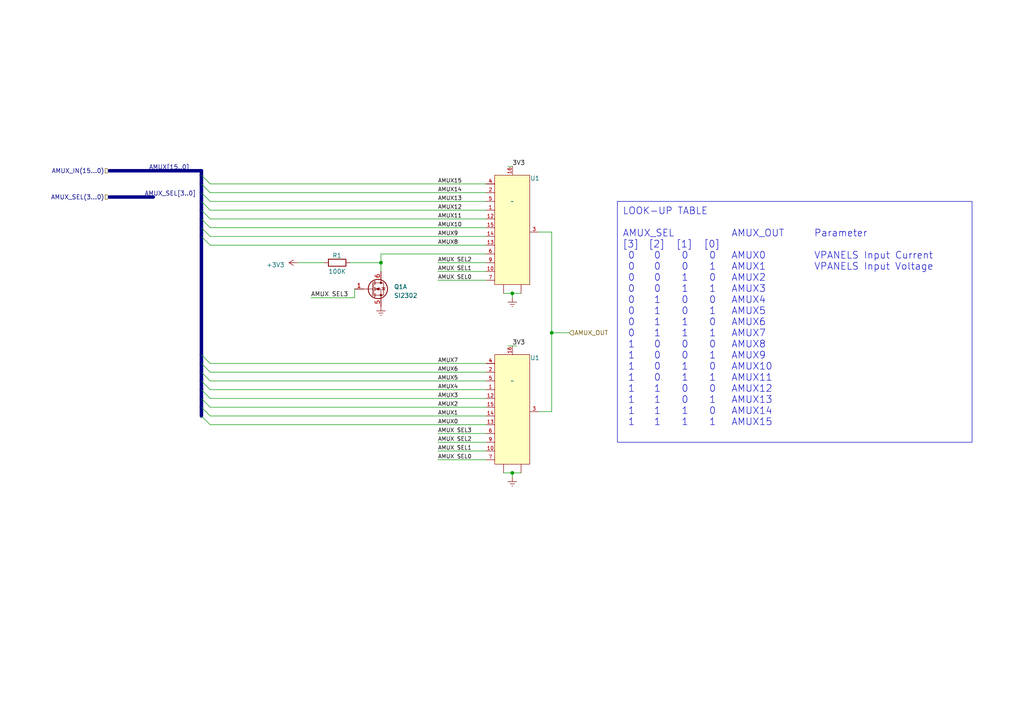
<source format=kicad_sch>
(kicad_sch (version 20230121) (generator eeschema)
  (paper "A4")
  (lib_symbols
    (symbol "Device:Q_Dual_NMOS_G1S2G2D2S1D1" (pin_names (offset 0) hide)
      (property "Reference" "Q" (at 6.35 1.27 0))
      (property "Value" "Q_Dual_NMOS_G1S2G2D2S1D1" (at 19.05 -1.27 0))
      (symbol "Q_Dual_NMOS_G1S2G2D2S1D1_0_1"
        (polyline (pts (xy 0.254 0) (xy -2.54 0)))
        (polyline (pts (xy 0.254 1.905) (xy 0.254 -1.905)) (stroke (width 0.254)))
        (polyline (pts (xy 0.762 -1.27) (xy 0.762 -2.286)) (stroke (width 0.254)))
        (polyline (pts (xy 0.762 0.508) (xy 0.762 -0.508)) (stroke (width 0.254)))
        (polyline (pts (xy 0.762 2.286) (xy 0.762 1.27)) (stroke (width 0.254)))
        (polyline (pts (xy 2.54 2.54) (xy 2.54 1.778)))
        (polyline (pts (xy 2.54 -2.54) (xy 2.54 0) (xy 0.762 0)))
        (polyline (pts (xy 0.762 -1.778) (xy 3.302 -1.778) (xy 3.302 1.778) (xy 0.762 1.778)))
        (polyline (pts (xy 1.016 0) (xy 2.032 0.381) (xy 2.032 -0.381) (xy 1.016 0)) (fill (type outline)))
        (polyline (pts (xy 2.794 0.508) (xy 2.921 0.381) (xy 3.683 0.381) (xy 3.81 0.254)))
        (polyline (pts (xy 3.302 0.381) (xy 2.921 -0.254) (xy 3.683 -0.254) (xy 3.302 0.381)))
        (circle (center 1.651 0) (radius 2.794) (stroke (width 0.254)))
        (circle (center 2.54 -1.778) (radius 0.254) (fill (type outline)))
        (circle (center 2.54 1.778) (radius 0.254) (fill (type outline)))
      )
      (symbol "Q_Dual_NMOS_G1S2G2D2S1D1_1_1"
        (pin input line (at -5.08 0 0) (length 2.54) (name "G") (number "1"))
        (pin passive line (at 2.54 -5.08 90) (length 2.54) (name "S") (number "5"))
        (pin passive line (at 2.54 5.08 270) (length 2.54) (name "D") (number "6"))
      )
      (symbol "Q_Dual_NMOS_G1S2G2D2S1D1_2_1"
        (pin passive line (at 2.54 -5.08 90) (length 2.54) (name "S") (number "2"))
        (pin input line (at -5.08 0 0) (length 2.54) (name "G") (number "3"))
        (pin passive line (at 2.54 5.08 270) (length 2.54) (name "D") (number "4"))
      )
    )
    (symbol "Device:R" (pin_numbers hide) (pin_names (offset 0))
      (property "Reference" "R" (at 2.032 0 90))
      (property "Value" "R" (at 0 0 90))
      (symbol "R_0_1"
        (rectangle (start -1.016 -2.54) (end 1.016 2.54) (stroke (width 0.254)))
      )
      (symbol "R_1_1"
        (pin passive line (at 0 3.81 270) (length 1.27) (name "~") (number "1"))
        (pin passive line (at 0 -3.81 90) (length 1.27) (name "~") (number "2"))
      )
    )
    (symbol "U_multiplex_1"
      (property "Reference" "U27" (at 6.5532 6.7056 0))
      (property "Value" "~" (at 0 0 0))
      (symbol "U_multiplex_1_1_1"
        (rectangle (start -5.08 7.62) (end 5.08 -24.13) (fill (type background)))
        (pin passive line (at 2.54 -26.67 90) (length 2.54) (name "VEE") (number ""))
        (pin passive line (at -2.54 -26.67 90) (length 2.54) (name "VSS") (number ""))
        (pin passive line (at -7.62 -2.54 0) (length 2.54) (name "4") (number "1"))
        (pin passive line (at -7.62 -20.32 0) (length 2.54) (name "B") (number "10"))
        (pin passive line (at -7.62 -5.08 0) (length 2.54) (name "3") (number "12"))
        (pin passive line (at -7.62 -12.7 0) (length 2.54) (name "0") (number "13"))
        (pin passive line (at -7.62 -10.16 0) (length 2.54) (name "1") (number "14"))
        (pin passive line (at -7.62 -7.62 0) (length 2.54) (name "2") (number "15"))
        (pin passive line (at 0.0508 10.2108 270) (length 2.54) (name "VDD") (number "16"))
        (pin passive line (at -7.62 2.54 0) (length 2.54) (name "2") (number "2"))
        (pin passive line (at 7.62 -8.89 180) (length 2.54) (name "COM_0/I") (number "3"))
        (pin passive line (at -7.62 5.08 0) (length 2.54) (name "7") (number "4"))
        (pin passive line (at -7.62 5.08 0) (length 2.54) (name "7") (number "4"))
        (pin passive line (at -7.62 0 0) (length 2.54) (name "5") (number "5"))
        (pin passive line (at -7.62 -15.24 0) (length 2.54) (name "INH") (number "6"))
        (pin passive line (at -7.62 -22.86 0) (length 2.54) (name "") (number "7"))
        (pin passive line (at -7.62 -17.78 0) (length 2.54) (name "C") (number "9"))
      )
    )
    (symbol "U_multiplex_2"
      (property "Reference" "U28" (at 6.5532 6.7056 0))
      (property "Value" "~" (at 0 0 0))
      (symbol "U_multiplex_2_1_1"
        (rectangle (start -5.08 7.62) (end 5.08 -24.13) (fill (type background)))
        (pin passive line (at 2.54 -26.67 90) (length 2.54) (name "VEE") (number ""))
        (pin passive line (at -2.54 -26.67 90) (length 2.54) (name "VSS") (number ""))
        (pin passive line (at -7.62 -2.54 0) (length 2.54) (name "4") (number "1"))
        (pin passive line (at -7.62 -20.32 0) (length 2.54) (name "B") (number "10"))
        (pin passive line (at -7.62 -5.08 0) (length 2.54) (name "3") (number "12"))
        (pin passive line (at -7.62 -12.7 0) (length 2.54) (name "0") (number "13"))
        (pin passive line (at -7.62 -10.16 0) (length 2.54) (name "1") (number "14"))
        (pin passive line (at -7.62 -7.62 0) (length 2.54) (name "2") (number "15"))
        (pin passive line (at 0.0508 10.2108 270) (length 2.54) (name "VDD") (number "16"))
        (pin passive line (at -7.62 2.54 0) (length 2.54) (name "2") (number "2"))
        (pin passive line (at 7.62 -8.89 180) (length 2.54) (name "COM_0/I") (number "3"))
        (pin passive line (at -7.62 5.08 0) (length 2.54) (name "7") (number "4"))
        (pin passive line (at -7.62 5.08 0) (length 2.54) (name "7") (number "4"))
        (pin passive line (at -7.62 0 0) (length 2.54) (name "5") (number "5"))
        (pin passive line (at -7.62 -15.24 0) (length 2.54) (name "INH") (number "6"))
        (pin passive line (at -7.62 -22.86 0) (length 2.54) (name "") (number "7"))
        (pin passive line (at -7.62 -17.78 0) (length 2.54) (name "C") (number "9"))
      )
    )
    (symbol "power:+3V3" (power) (pin_names (offset 0))
      (property "Value" "+3V3" (at 0 3.556 0))
      (symbol "+3V3_0_1"
        (polyline (pts (xy -0.762 1.27) (xy 0 2.54)))
        (polyline (pts (xy 0 0) (xy 0 2.54)))
        (polyline (pts (xy 0 2.54) (xy 0.762 1.27)))
      )
      (symbol "+3V3_1_1"
        (pin power_in line (at 0 0 90) (length 0) hide (name "+3V3") (number "1"))
      )
    )
    (symbol "power:Earth" (power) (pin_names (offset 0))
      (symbol "Earth_0_1"
        (polyline (pts (xy -0.635 -1.905) (xy 0.635 -1.905)))
        (polyline (pts (xy -0.127 -2.54) (xy 0.127 -2.54)))
        (polyline (pts (xy 0 -1.27) (xy 0 0)))
        (polyline (pts (xy 1.27 -1.27) (xy -1.27 -1.27)))
      )
      (symbol "Earth_1_1"
        (pin power_in line (at 0 0 270) (length 0) hide (name "Earth") (number "1"))
      )
    )
  )
  (junction (at 148.59 137.16))
  (junction (at 110.49 76.2))
  (junction (at 160.02 96.52))
  (junction (at 148.59 85.09))
  (bus_entry (at 58.42 66.04) (size 2.54 2.54))
  (bus_entry (at 58.42 118.11) (size 2.54 2.54))
  (bus_entry (at 58.42 68.58) (size 2.54 2.54))
  (bus_entry (at 58.42 115.57) (size 2.54 2.54))
  (bus_entry (at 58.42 50.8) (size 2.54 2.54))
  (bus_entry (at 58.42 110.49) (size 2.54 2.54))
  (bus_entry (at 58.42 113.03) (size 2.54 2.54))
  (bus_entry (at 58.42 63.5) (size 2.54 2.54))
  (bus_entry (at 58.42 102.87) (size 2.54 2.54))
  (bus_entry (at 58.42 60.96) (size 2.54 2.54))
  (bus_entry (at 58.42 55.88) (size 2.54 2.54))
  (bus_entry (at 58.42 58.42) (size 2.54 2.54))
  (bus_entry (at 58.42 107.95) (size 2.54 2.54))
  (bus_entry (at 58.42 53.34) (size 2.54 2.54))
  (bus_entry (at 58.42 120.65) (size 2.54 2.54))
  (bus_entry (at 58.42 105.41) (size 2.54 2.54))
  (wire (pts (xy 148.59 137.16) (xy 151.13 137.16)))
  (bus (pts (xy 31.75 57.15) (xy 44.45 57.15)) (stroke (width 1)))
  (wire (pts (xy 60.96 113.03) (xy 140.97 113.03)))
  (wire (pts (xy 148.59 137.16) (xy 148.59 138.43)))
  (bus (pts (xy 58.42 120.65) (xy 58.42 118.11)) (stroke (width 1)))
  (bus (pts (xy 58.42 118.11) (xy 58.42 115.57)) (stroke (width 1)))
  (wire (pts (xy 127 78.74) (xy 140.97 78.74)))
  (wire (pts (xy 60.96 60.96) (xy 140.97 60.96)))
  (wire (pts (xy 60.96 58.42) (xy 140.97 58.42)))
  (bus (pts (xy 58.42 68.58) (xy 58.42 66.04)) (stroke (width 1)))
  (bus (pts (xy 58.42 53.34) (xy 58.42 50.8)) (stroke (width 1)))
  (wire (pts (xy 110.49 73.66) (xy 140.97 73.66)))
  (wire (pts (xy 60.96 55.88) (xy 140.97 55.88)))
  (wire (pts (xy 127 133.35) (xy 140.97 133.35)))
  (wire (pts (xy 148.59 85.09) (xy 148.59 86.36)))
  (wire (pts (xy 127 76.2) (xy 140.97 76.2)))
  (wire (pts (xy 86.36 76.2) (xy 93.98 76.2)))
  (wire (pts (xy 101.6 76.2) (xy 110.49 76.2)))
  (wire (pts (xy 160.02 96.52) (xy 160.02 119.38)))
  (wire (pts (xy 127 130.81) (xy 140.97 130.81)))
  (wire (pts (xy 160.02 119.38) (xy 156.21 119.38)))
  (wire (pts (xy 160.02 96.52) (xy 165.1 96.52)))
  (wire (pts (xy 146.05 137.16) (xy 148.59 137.16)))
  (wire (pts (xy 60.96 123.19) (xy 140.97 123.19)))
  (bus (pts (xy 58.42 50.8) (xy 58.42 49.53)) (stroke (width 1)))
  (wire (pts (xy 146.05 85.09) (xy 148.59 85.09)))
  (wire (pts (xy 148.59 85.09) (xy 151.13 85.09)))
  (wire (pts (xy 110.49 76.2) (xy 110.49 73.66)))
  (wire (pts (xy 102.87 83.82) (xy 102.87 86.36)))
  (wire (pts (xy 60.96 66.04) (xy 140.97 66.04)))
  (wire (pts (xy 127 81.28) (xy 140.97 81.28)))
  (wire (pts (xy 60.96 120.65) (xy 140.97 120.65)))
  (wire (pts (xy 160.02 67.31) (xy 160.02 96.52)))
  (wire (pts (xy 110.49 78.74) (xy 110.49 76.2)))
  (wire (pts (xy 60.96 110.49) (xy 140.97 110.49)))
  (wire (pts (xy 60.96 107.95) (xy 140.97 107.95)))
  (bus (pts (xy 58.42 102.87) (xy 58.42 68.58)) (stroke (width 1)))
  (wire (pts (xy 147.32 100.33) (xy 149.86 100.33)))
  (bus (pts (xy 58.42 110.49) (xy 58.42 107.95)) (stroke (width 1)))
  (wire (pts (xy 60.96 118.11) (xy 140.97 118.11)))
  (bus (pts (xy 58.42 113.03) (xy 58.42 110.49)) (stroke (width 1)))
  (wire (pts (xy 127 125.73) (xy 140.97 125.73)))
  (wire (pts (xy 60.96 71.12) (xy 140.97 71.12)))
  (bus (pts (xy 58.42 58.42) (xy 58.42 55.88)) (stroke (width 1)))
  (wire (pts (xy 60.96 105.41) (xy 140.97 105.41)))
  (bus (pts (xy 58.42 66.04) (xy 58.42 63.5)) (stroke (width 1)))
  (wire (pts (xy 60.96 63.5) (xy 140.97 63.5)))
  (wire (pts (xy 127 128.27) (xy 140.97 128.27)))
  (wire (pts (xy 60.96 115.57) (xy 140.97 115.57)))
  (bus (pts (xy 58.42 105.41) (xy 58.42 102.87)) (stroke (width 1)))
  (bus (pts (xy 58.42 63.5) (xy 58.42 60.96)) (stroke (width 1)))
  (bus (pts (xy 31.75 49.53) (xy 58.42 49.53)) (stroke (width 1)))
  (wire (pts (xy 90.17 86.36) (xy 102.87 86.36)))
  (bus (pts (xy 58.42 107.95) (xy 58.42 105.41)) (stroke (width 1)))
  (wire (pts (xy 60.96 53.34) (xy 140.97 53.34)))
  (wire (pts (xy 147.32 48.26) (xy 148.59 48.26)))
  (bus (pts (xy 58.42 60.96) (xy 58.42 58.42)) (stroke (width 1)))
  (wire (pts (xy 156.21 67.31) (xy 160.02 67.31)))
  (wire (pts (xy 60.96 68.58) (xy 140.97 68.58)))
  (bus (pts (xy 58.42 55.88) (xy 58.42 53.34)) (stroke (width 1)))
  (bus (pts (xy 58.42 115.57) (xy 58.42 113.03)) (stroke (width 1)))
  (text_box "LOOK-UP TABLE \n\nAMUX_SEL     	AMUX_OUT	Parameter\n[3]	[2]	[1]	[0]		\n 0	 0	 0	 0	AMUX0		VPANELS Input Current\n 0	 0 	 0	 1	AMUX1		VPANELS Input Voltage\n 0	 0	 1	 0	AMUX2\n 0	 0	 1	 1	AMUX3\n 0	 1	 0	 0	AMUX4	\n 0	 1	 0	 1	AMUX5\n 0	 1	 1	 0	AMUX6\n 0	 1	 1	 1	AMUX7\n 1	 0	 0	 0	AMUX8\n 1	 0	 0	 1	AMUX9\n 1	 0	 1	 0	AMUX10\n 1	 0	 1	 1	AMUX11\n 1	 1	 0	 0	AMUX12\n 1	 1	 0	 1	AMUX13\n 1	 1	 1	 0	AMUX14\n 1	 1	 1	 1	AMUX15" (at 179.07 58.42 0) (size 102.87 69.85) (effects (font (size 2 2)) (justify left top)))
  (label "AMUX_SEL[3..0]" (at 41.91 57.15 0))
  (label "AMUX5" (at 127 110.49 0) (effects (font (size 1.15 1.15))))
  (label "AMUX4" (at 127 113.03 0) (effects (font (size 1.15 1.15))))
  (label "AMUX1" (at 127 120.65 0) (effects (font (size 1.15 1.15))))
  (label "AMUX10" (at 127 66.04 0) (effects (font (size 1.15 1.15))))
  (label "AMUX[15..0]" (at 43.18 49.53 0))
  (label "AMUX6" (at 127 107.95 0) (effects (font (size 1.15 1.15))))
  (label "AMUX SEL0" (at 127 81.28 0) (effects (font (size 1.15 1.15))))
  (label "AMUX2" (at 127 118.11 0) (effects (font (size 1.15 1.15))))
  (label "AMUX SEL2" (at 127 76.2 0) (effects (font (size 1.15 1.15))))
  (label "AMUX12" (at 127 60.96 0) (effects (font (size 1.15 1.15))))
  (label "AMUX SEL3" (at 90.17 86.36 0))
  (label "AMUX11" (at 127 63.5 0) (effects (font (size 1.15 1.15))))
  (label "AMUX13" (at 127 58.42 0) (effects (font (size 1.15 1.15))))
  (label "AMUX15" (at 127 53.34 0) (effects (font (size 1.15 1.15))))
  (label "AMUX SEL1" (at 127 130.81 0) (effects (font (size 1.15 1.15))))
  (label "AMUX SEL3" (at 127 125.73 0) (effects (font (size 1.15 1.15))))
  (label "AMUX0" (at 127 123.19 0) (effects (font (size 1.15 1.15))))
  (label "AMUX SEL1" (at 127 78.74 0) (effects (font (size 1.15 1.15))))
  (label "3V3" (at 148.59 100.33 0))
  (label "3V3" (at 148.59 48.26 0))
  (label "AMUX8" (at 127 71.12 0) (effects (font (size 1.15 1.15))))
  (label "AMUX9" (at 127 68.58 0) (effects (font (size 1.15 1.15))))
  (label "AMUX3" (at 127 115.57 0) (effects (font (size 1.15 1.15))))
  (label "AMUX SEL2" (at 127 128.27 0) (effects (font (size 1.15 1.15))))
  (label "AMUX14" (at 127 55.88 0) (effects (font (size 1.15 1.15))))
  (label "AMUX SEL0" (at 127 133.35 0) (effects (font (size 1.15 1.15))))
  (label "AMUX7" (at 127 105.41 0) (effects (font (size 1.15 1.15))))
  (hierarchical_label "AMUX_OUT" (shape input) (at 165.1 96.52 0))
  (hierarchical_label "AMUX_IN(15...0)" (shape input) (at 31.75 49.53 180))
  (hierarchical_label "AMUX_SEL(3...0)" (shape input) (at 31.75 57.15 180))
  (symbol (lib_id "power:Earth") (at 148.59 138.43 0) (unit 1)
    (property "Reference" "#PWR072" (effects hide))
    (property "Value" "Earth" (effects hide))
  )
  (symbol (lib_id "Device:R") (at 97.79 76.2 90) (unit 1)
    (property "Reference" "R1" (at 97.7392 74.1172 90))
    (property "Value" "100K" (at 97.79 78.74 90))
    (instances (project "Multiplex" (path "" (reference "R1") (unit 1))) (project "EPS Analógico 2.0" (path "" (reference "R83") (unit 1))) (project "Multiplex" (path "" (reference "R1") (unit 1))))
  )
  (symbol (lib_id "power:Earth") (at 148.59 86.36 0) (unit 1)
    (property "Reference" "#PWR074" (effects hide))
    (property "Value" "Earth" (effects hide))
  )
  (symbol (lib_id "Device:Q_Dual_NMOS_G1S2G2D2S1D1") (at 107.95 83.82 0) (unit 1)
    (property "Reference" "Q1" (at 114.2492 83.185 0) (effects (justify left)))
    (property "Value" "SI2302" (at 114.2492 85.725 0) (effects (justify left)))
    (instances (project "Multiplex" (path "" (reference "Q1") (unit 1))) (project "EPS Analógico 2.0" (path "" (reference "Q13") (unit 1))) (project "Multiplex" (path "" (reference "Q1") (unit 1))))
  )
  (symbol (lib_name "U_multiplex_2") (lib_id "New_Library:U_multiplex") (at 148.59 110.49 0) (unit 1)
    (property "Reference" "U1" (at 155.1432 103.7844 0))
    (property "Value" "~" (at 148.59 110.49 0))
    (instances (project "Multiplex" (path "" (reference "U1") (unit 1))) (project "EPS Analógico 2.0" (path "" (reference "U28") (unit 1))) (project "Multiplex" (path "" (reference "U2") (unit 1))))
  )
  (symbol (lib_name "U_multiplex_1") (lib_id "New_Library:U_multiplex") (at 148.59 58.42 0) (unit 1)
    (property "Reference" "U1" (at 155.1432 51.7144 0))
    (property "Value" "~" (at 148.59 58.42 0))
    (instances (project "Multiplex" (path "" (reference "U1") (unit 1))) (project "EPS Analógico 2.0" (path "" (reference "U27") (unit 1))) (project "Multiplex" (path "" (reference "U2") (unit 1))))
  )
  (symbol (lib_id "power:+3V3") (at 86.36 76.2 90) (unit 1)
    (property "Reference" "#PWR073" (effects hide))
    (property "Value" "+3V3" (at 82.55 76.835 90) (effects (justify left)))
  )
  (symbol (lib_id "power:Earth") (at 110.49 88.9 0) (unit 1)
    (property "Reference" "#PWR03" (effects hide))
    (property "Value" "Earth" (effects hide))
    (instances (project "Multiplex" (path "" (reference "#PWR03") (unit 1))) (project "EPS Analógico 2.0" (path "" (reference "#PWR071") (unit 1))) (project "Multiplex" (path "" (reference "#PWR01") (unit 1))))
  )
)
</source>
